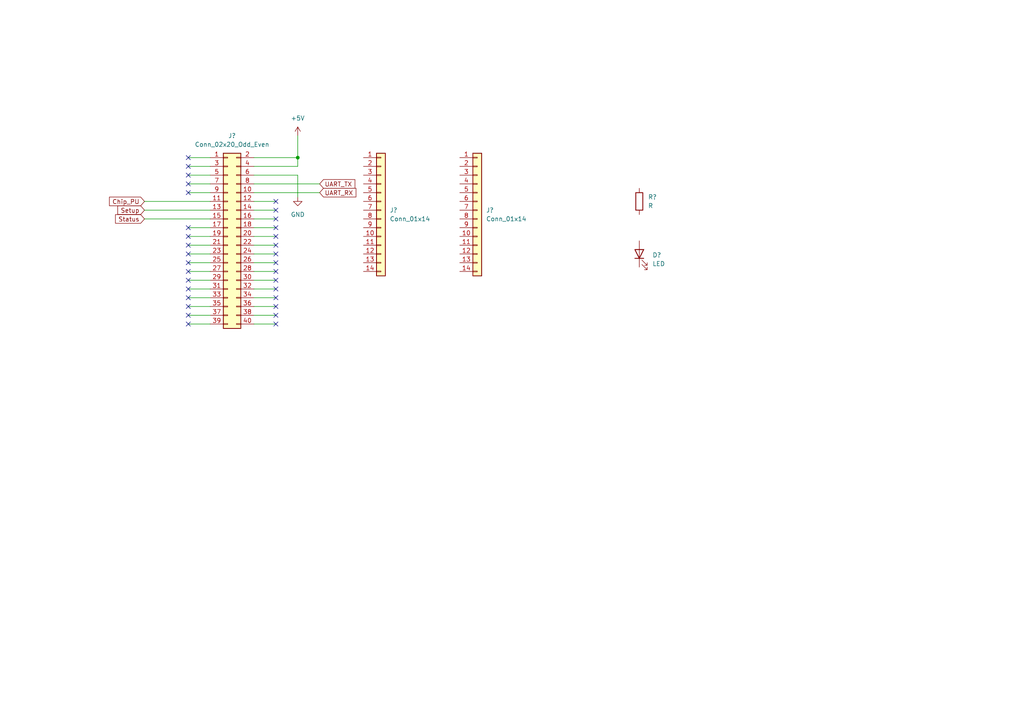
<source format=kicad_sch>
(kicad_sch (version 20211123) (generator eeschema)
  (paper "A4")
  (lib_symbols
    (symbol "Connector_Generic:Conn_01x14" (pin_names (offset 1.016) hide)
      (property "Reference" "J" (at 0 17.78 0))
      (property "Value" "Conn_01x14" (at 0 -20.32 0))
      (symbol "Conn_01x14_1_1"
        (rectangle (start -1.27 -17.653) (end 0 -17.907) (stroke (width 0.1524)))
        (rectangle (start -1.27 -15.113) (end 0 -15.367) (stroke (width 0.1524)))
        (rectangle (start -1.27 -12.573) (end 0 -12.827) (stroke (width 0.1524)))
        (rectangle (start -1.27 -10.033) (end 0 -10.287) (stroke (width 0.1524)))
        (rectangle (start -1.27 -7.493) (end 0 -7.747) (stroke (width 0.1524)))
        (rectangle (start -1.27 -4.953) (end 0 -5.207) (stroke (width 0.1524)))
        (rectangle (start -1.27 -2.413) (end 0 -2.667) (stroke (width 0.1524)))
        (rectangle (start -1.27 0.127) (end 0 -0.127) (stroke (width 0.1524)))
        (rectangle (start -1.27 2.667) (end 0 2.413) (stroke (width 0.1524)))
        (rectangle (start -1.27 5.207) (end 0 4.953) (stroke (width 0.1524)))
        (rectangle (start -1.27 7.747) (end 0 7.493) (stroke (width 0.1524)))
        (rectangle (start -1.27 10.287) (end 0 10.033) (stroke (width 0.1524)))
        (rectangle (start -1.27 12.827) (end 0 12.573) (stroke (width 0.1524)))
        (rectangle (start -1.27 15.367) (end 0 15.113) (stroke (width 0.1524)))
        (rectangle (start -1.27 16.51) (end 1.27 -19.05) (stroke (width 0.254)) (fill (type background)))
        (pin passive line (at -5.08 15.24 0) (length 3.81) (name "Pin_1") (number "1"))
        (pin passive line (at -5.08 -7.62 0) (length 3.81) (name "Pin_10") (number "10"))
        (pin passive line (at -5.08 -10.16 0) (length 3.81) (name "Pin_11") (number "11"))
        (pin passive line (at -5.08 -12.7 0) (length 3.81) (name "Pin_12") (number "12"))
        (pin passive line (at -5.08 -15.24 0) (length 3.81) (name "Pin_13") (number "13"))
        (pin passive line (at -5.08 -17.78 0) (length 3.81) (name "Pin_14") (number "14"))
        (pin passive line (at -5.08 12.7 0) (length 3.81) (name "Pin_2") (number "2"))
        (pin passive line (at -5.08 10.16 0) (length 3.81) (name "Pin_3") (number "3"))
        (pin passive line (at -5.08 7.62 0) (length 3.81) (name "Pin_4") (number "4"))
        (pin passive line (at -5.08 5.08 0) (length 3.81) (name "Pin_5") (number "5"))
        (pin passive line (at -5.08 2.54 0) (length 3.81) (name "Pin_6") (number "6"))
        (pin passive line (at -5.08 0 0) (length 3.81) (name "Pin_7") (number "7"))
        (pin passive line (at -5.08 -2.54 0) (length 3.81) (name "Pin_8") (number "8"))
        (pin passive line (at -5.08 -5.08 0) (length 3.81) (name "Pin_9") (number "9"))
      )
    )
    (symbol "Connector_Generic:Conn_02x20_Odd_Even" (pin_names (offset 1.016) hide)
      (property "Reference" "J" (at 1.27 25.4 0))
      (property "Value" "Conn_02x20_Odd_Even" (at 1.27 -27.94 0))
      (symbol "Conn_02x20_Odd_Even_1_1"
        (rectangle (start -1.27 -25.273) (end 0 -25.527) (stroke (width 0.1524)))
        (rectangle (start -1.27 -22.733) (end 0 -22.987) (stroke (width 0.1524)))
        (rectangle (start -1.27 -20.193) (end 0 -20.447) (stroke (width 0.1524)))
        (rectangle (start -1.27 -17.653) (end 0 -17.907) (stroke (width 0.1524)))
        (rectangle (start -1.27 -15.113) (end 0 -15.367) (stroke (width 0.1524)))
        (rectangle (start -1.27 -12.573) (end 0 -12.827) (stroke (width 0.1524)))
        (rectangle (start -1.27 -10.033) (end 0 -10.287) (stroke (width 0.1524)))
        (rectangle (start -1.27 -7.493) (end 0 -7.747) (stroke (width 0.1524)))
        (rectangle (start -1.27 -4.953) (end 0 -5.207) (stroke (width 0.1524)))
        (rectangle (start -1.27 -2.413) (end 0 -2.667) (stroke (width 0.1524)))
        (rectangle (start -1.27 0.127) (end 0 -0.127) (stroke (width 0.1524)))
        (rectangle (start -1.27 2.667) (end 0 2.413) (stroke (width 0.1524)))
        (rectangle (start -1.27 5.207) (end 0 4.953) (stroke (width 0.1524)))
        (rectangle (start -1.27 7.747) (end 0 7.493) (stroke (width 0.1524)))
        (rectangle (start -1.27 10.287) (end 0 10.033) (stroke (width 0.1524)))
        (rectangle (start -1.27 12.827) (end 0 12.573) (stroke (width 0.1524)))
        (rectangle (start -1.27 15.367) (end 0 15.113) (stroke (width 0.1524)))
        (rectangle (start -1.27 17.907) (end 0 17.653) (stroke (width 0.1524)))
        (rectangle (start -1.27 20.447) (end 0 20.193) (stroke (width 0.1524)))
        (rectangle (start -1.27 22.987) (end 0 22.733) (stroke (width 0.1524)))
        (rectangle (start -1.27 24.13) (end 3.81 -26.67) (stroke (width 0.254)) (fill (type background)))
        (rectangle (start 3.81 -25.273) (end 2.54 -25.527) (stroke (width 0.1524)))
        (rectangle (start 3.81 -22.733) (end 2.54 -22.987) (stroke (width 0.1524)))
        (rectangle (start 3.81 -20.193) (end 2.54 -20.447) (stroke (width 0.1524)))
        (rectangle (start 3.81 -17.653) (end 2.54 -17.907) (stroke (width 0.1524)))
        (rectangle (start 3.81 -15.113) (end 2.54 -15.367) (stroke (width 0.1524)))
        (rectangle (start 3.81 -12.573) (end 2.54 -12.827) (stroke (width 0.1524)))
        (rectangle (start 3.81 -10.033) (end 2.54 -10.287) (stroke (width 0.1524)))
        (rectangle (start 3.81 -7.493) (end 2.54 -7.747) (stroke (width 0.1524)))
        (rectangle (start 3.81 -4.953) (end 2.54 -5.207) (stroke (width 0.1524)))
        (rectangle (start 3.81 -2.413) (end 2.54 -2.667) (stroke (width 0.1524)))
        (rectangle (start 3.81 0.127) (end 2.54 -0.127) (stroke (width 0.1524)))
        (rectangle (start 3.81 2.667) (end 2.54 2.413) (stroke (width 0.1524)))
        (rectangle (start 3.81 5.207) (end 2.54 4.953) (stroke (width 0.1524)))
        (rectangle (start 3.81 7.747) (end 2.54 7.493) (stroke (width 0.1524)))
        (rectangle (start 3.81 10.287) (end 2.54 10.033) (stroke (width 0.1524)))
        (rectangle (start 3.81 12.827) (end 2.54 12.573) (stroke (width 0.1524)))
        (rectangle (start 3.81 15.367) (end 2.54 15.113) (stroke (width 0.1524)))
        (rectangle (start 3.81 17.907) (end 2.54 17.653) (stroke (width 0.1524)))
        (rectangle (start 3.81 20.447) (end 2.54 20.193) (stroke (width 0.1524)))
        (rectangle (start 3.81 22.987) (end 2.54 22.733) (stroke (width 0.1524)))
        (pin passive line (at -5.08 22.86 0) (length 3.81) (name "Pin_1") (number "1"))
        (pin passive line (at 7.62 12.7 180) (length 3.81) (name "Pin_10") (number "10"))
        (pin passive line (at -5.08 10.16 0) (length 3.81) (name "Pin_11") (number "11"))
        (pin passive line (at 7.62 10.16 180) (length 3.81) (name "Pin_12") (number "12"))
        (pin passive line (at -5.08 7.62 0) (length 3.81) (name "Pin_13") (number "13"))
        (pin passive line (at 7.62 7.62 180) (length 3.81) (name "Pin_14") (number "14"))
        (pin passive line (at -5.08 5.08 0) (length 3.81) (name "Pin_15") (number "15"))
        (pin passive line (at 7.62 5.08 180) (length 3.81) (name "Pin_16") (number "16"))
        (pin passive line (at -5.08 2.54 0) (length 3.81) (name "Pin_17") (number "17"))
        (pin passive line (at 7.62 2.54 180) (length 3.81) (name "Pin_18") (number "18"))
        (pin passive line (at -5.08 0 0) (length 3.81) (name "Pin_19") (number "19"))
        (pin passive line (at 7.62 22.86 180) (length 3.81) (name "Pin_2") (number "2"))
        (pin passive line (at 7.62 0 180) (length 3.81) (name "Pin_20") (number "20"))
        (pin passive line (at -5.08 -2.54 0) (length 3.81) (name "Pin_21") (number "21"))
        (pin passive line (at 7.62 -2.54 180) (length 3.81) (name "Pin_22") (number "22"))
        (pin passive line (at -5.08 -5.08 0) (length 3.81) (name "Pin_23") (number "23"))
        (pin passive line (at 7.62 -5.08 180) (length 3.81) (name "Pin_24") (number "24"))
        (pin passive line (at -5.08 -7.62 0) (length 3.81) (name "Pin_25") (number "25"))
        (pin passive line (at 7.62 -7.62 180) (length 3.81) (name "Pin_26") (number "26"))
        (pin passive line (at -5.08 -10.16 0) (length 3.81) (name "Pin_27") (number "27"))
        (pin passive line (at 7.62 -10.16 180) (length 3.81) (name "Pin_28") (number "28"))
        (pin passive line (at -5.08 -12.7 0) (length 3.81) (name "Pin_29") (number "29"))
        (pin passive line (at -5.08 20.32 0) (length 3.81) (name "Pin_3") (number "3"))
        (pin passive line (at 7.62 -12.7 180) (length 3.81) (name "Pin_30") (number "30"))
        (pin passive line (at -5.08 -15.24 0) (length 3.81) (name "Pin_31") (number "31"))
        (pin passive line (at 7.62 -15.24 180) (length 3.81) (name "Pin_32") (number "32"))
        (pin passive line (at -5.08 -17.78 0) (length 3.81) (name "Pin_33") (number "33"))
        (pin passive line (at 7.62 -17.78 180) (length 3.81) (name "Pin_34") (number "34"))
        (pin passive line (at -5.08 -20.32 0) (length 3.81) (name "Pin_35") (number "35"))
        (pin passive line (at 7.62 -20.32 180) (length 3.81) (name "Pin_36") (number "36"))
        (pin passive line (at -5.08 -22.86 0) (length 3.81) (name "Pin_37") (number "37"))
        (pin passive line (at 7.62 -22.86 180) (length 3.81) (name "Pin_38") (number "38"))
        (pin passive line (at -5.08 -25.4 0) (length 3.81) (name "Pin_39") (number "39"))
        (pin passive line (at 7.62 20.32 180) (length 3.81) (name "Pin_4") (number "4"))
        (pin passive line (at 7.62 -25.4 180) (length 3.81) (name "Pin_40") (number "40"))
        (pin passive line (at -5.08 17.78 0) (length 3.81) (name "Pin_5") (number "5"))
        (pin passive line (at 7.62 17.78 180) (length 3.81) (name "Pin_6") (number "6"))
        (pin passive line (at -5.08 15.24 0) (length 3.81) (name "Pin_7") (number "7"))
        (pin passive line (at 7.62 15.24 180) (length 3.81) (name "Pin_8") (number "8"))
        (pin passive line (at -5.08 12.7 0) (length 3.81) (name "Pin_9") (number "9"))
      )
    )
    (symbol "Device:LED" (pin_numbers hide) (pin_names (offset 1.016) hide)
      (property "Reference" "D" (at 0 2.54 0))
      (property "Value" "LED" (at 0 -2.54 0))
      (symbol "LED_0_1"
        (polyline (pts (xy -1.27 -1.27) (xy -1.27 1.27)) (stroke (width 0.254)))
        (polyline (pts (xy -1.27 0) (xy 1.27 0)))
        (polyline (pts (xy 1.27 -1.27) (xy 1.27 1.27) (xy -1.27 0) (xy 1.27 -1.27)) (stroke (width 0.254)))
        (polyline (pts (xy -3.048 -0.762) (xy -4.572 -2.286) (xy -3.81 -2.286) (xy -4.572 -2.286) (xy -4.572 -1.524)))
        (polyline (pts (xy -1.778 -0.762) (xy -3.302 -2.286) (xy -2.54 -2.286) (xy -3.302 -2.286) (xy -3.302 -1.524)))
      )
      (symbol "LED_1_1"
        (pin passive line (at -3.81 0 0) (length 2.54) (name "K") (number "1"))
        (pin passive line (at 3.81 0 180) (length 2.54) (name "A") (number "2"))
      )
    )
    (symbol "Device:R" (pin_numbers hide) (pin_names (offset 0))
      (property "Reference" "R" (at 2.032 0 90))
      (property "Value" "R" (at 0 0 90))
      (symbol "R_0_1"
        (rectangle (start -1.016 -2.54) (end 1.016 2.54) (stroke (width 0.254)))
      )
      (symbol "R_1_1"
        (pin passive line (at 0 3.81 270) (length 1.27) (name "~") (number "1"))
        (pin passive line (at 0 -3.81 90) (length 1.27) (name "~") (number "2"))
      )
    )
    (symbol "power:+5V" (power) (pin_names (offset 0))
      (property "Value" "+5V" (at 0 3.556 0))
      (symbol "+5V_0_1"
        (polyline (pts (xy -0.762 1.27) (xy 0 2.54)))
        (polyline (pts (xy 0 0) (xy 0 2.54)))
        (polyline (pts (xy 0 2.54) (xy 0.762 1.27)))
      )
      (symbol "+5V_1_1"
        (pin power_in line (at 0 0 90) (length 0) hide (name "+5V") (number "1"))
      )
    )
    (symbol "power:GND" (power) (pin_names (offset 0))
      (property "Value" "GND" (at 0 -3.81 0))
      (symbol "GND_0_1"
        (polyline (pts (xy 0 0) (xy 0 -1.27) (xy 1.27 -1.27) (xy 0 -2.54) (xy -1.27 -1.27) (xy 0 -1.27)))
      )
      (symbol "GND_1_1"
        (pin power_in line (at 0 0 270) (length 0) hide (name "GND") (number "1"))
      )
    )
  )
  (junction (at 86.36 45.72))
  (no_connect (at 54.61 53.34))
  (no_connect (at 54.61 55.88))
  (no_connect (at 54.61 45.72))
  (no_connect (at 54.61 48.26))
  (no_connect (at 54.61 50.8))
  (no_connect (at 54.61 66.04))
  (no_connect (at 54.61 68.58))
  (no_connect (at 54.61 71.12))
  (no_connect (at 54.61 73.66))
  (no_connect (at 54.61 76.2))
  (no_connect (at 54.61 78.74))
  (no_connect (at 54.61 81.28))
  (no_connect (at 54.61 83.82))
  (no_connect (at 54.61 86.36))
  (no_connect (at 54.61 88.9))
  (no_connect (at 54.61 91.44))
  (no_connect (at 54.61 93.98))
  (no_connect (at 80.01 93.98))
  (no_connect (at 80.01 91.44))
  (no_connect (at 80.01 88.9))
  (no_connect (at 80.01 86.36))
  (no_connect (at 80.01 83.82))
  (no_connect (at 80.01 81.28))
  (no_connect (at 80.01 78.74))
  (no_connect (at 80.01 76.2))
  (no_connect (at 80.01 73.66))
  (no_connect (at 80.01 71.12))
  (no_connect (at 80.01 68.58))
  (no_connect (at 80.01 66.04))
  (no_connect (at 80.01 63.5))
  (no_connect (at 80.01 60.96))
  (no_connect (at 80.01 58.42))
  (wire (pts (xy 54.61 91.44) (xy 60.96 91.44)))
  (wire (pts (xy 41.91 58.42) (xy 60.96 58.42)))
  (wire (pts (xy 54.61 88.9) (xy 60.96 88.9)))
  (wire (pts (xy 54.61 66.04) (xy 60.96 66.04)))
  (wire (pts (xy 54.61 83.82) (xy 60.96 83.82)))
  (wire (pts (xy 73.66 76.2) (xy 80.01 76.2)))
  (wire (pts (xy 54.61 50.8) (xy 60.96 50.8)))
  (wire (pts (xy 41.91 60.96) (xy 60.96 60.96)))
  (wire (pts (xy 73.66 50.8) (xy 86.36 50.8)))
  (wire (pts (xy 54.61 68.58) (xy 60.96 68.58)))
  (wire (pts (xy 73.66 66.04) (xy 80.01 66.04)))
  (wire (pts (xy 54.61 73.66) (xy 60.96 73.66)))
  (wire (pts (xy 54.61 48.26) (xy 60.96 48.26)))
  (wire (pts (xy 54.61 71.12) (xy 60.96 71.12)))
  (wire (pts (xy 73.66 53.34) (xy 92.71 53.34)))
  (wire (pts (xy 86.36 50.8) (xy 86.36 57.15)))
  (wire (pts (xy 73.66 81.28) (xy 80.01 81.28)))
  (wire (pts (xy 73.66 58.42) (xy 80.01 58.42)))
  (wire (pts (xy 73.66 68.58) (xy 80.01 68.58)))
  (wire (pts (xy 54.61 53.34) (xy 60.96 53.34)))
  (wire (pts (xy 73.66 63.5) (xy 80.01 63.5)))
  (wire (pts (xy 54.61 55.88) (xy 60.96 55.88)))
  (wire (pts (xy 73.66 55.88) (xy 92.71 55.88)))
  (wire (pts (xy 54.61 93.98) (xy 60.96 93.98)))
  (wire (pts (xy 41.91 63.5) (xy 60.96 63.5)))
  (wire (pts (xy 54.61 78.74) (xy 60.96 78.74)))
  (wire (pts (xy 54.61 76.2) (xy 60.96 76.2)))
  (wire (pts (xy 73.66 73.66) (xy 80.01 73.66)))
  (wire (pts (xy 73.66 48.26) (xy 86.36 48.26)))
  (wire (pts (xy 73.66 88.9) (xy 80.01 88.9)))
  (wire (pts (xy 54.61 81.28) (xy 60.96 81.28)))
  (wire (pts (xy 73.66 60.96) (xy 80.01 60.96)))
  (wire (pts (xy 73.66 83.82) (xy 80.01 83.82)))
  (wire (pts (xy 73.66 86.36) (xy 80.01 86.36)))
  (wire (pts (xy 54.61 86.36) (xy 60.96 86.36)))
  (wire (pts (xy 86.36 48.26) (xy 86.36 45.72)))
  (wire (pts (xy 73.66 78.74) (xy 80.01 78.74)))
  (wire (pts (xy 73.66 91.44) (xy 80.01 91.44)))
  (wire (pts (xy 86.36 45.72) (xy 86.36 39.37)))
  (wire (pts (xy 73.66 71.12) (xy 80.01 71.12)))
  (wire (pts (xy 73.66 45.72) (xy 86.36 45.72)))
  (wire (pts (xy 54.61 45.72) (xy 60.96 45.72)))
  (wire (pts (xy 73.66 93.98) (xy 80.01 93.98)))
  (global_label "Setup" (shape input) (at 41.91 60.96 180) (property "Intersheet References" "${INTERSHEET_REFS}" (effects hide)))
  (global_label "Status" (shape input) (at 41.91 63.5 180) (property "Intersheet References" "${INTERSHEET_REFS}" (effects hide)))
  (global_label "UART_TX" (shape input) (at 92.71 53.34 0) (property "Intersheet References" "${INTERSHEET_REFS}" (effects hide)))
  (global_label "UART_RX" (shape input) (at 92.71 55.88 0) (property "Intersheet References" "${INTERSHEET_REFS}" (effects hide)))
  (global_label "Chip_PU" (shape input) (at 41.91 58.42 180) (property "Intersheet References" "${INTERSHEET_REFS}" (effects hide)))
  (symbol (lib_id "power:+5V") (at 86.36 39.37 0) (unit 1)
    (property "Reference" "#PWR?" (effects hide))
    (property "Value" "+5V" (at 86.36 34.29 0))
  )
  (symbol (lib_id "Device:LED") (at 185.42 73.66 90) (unit 1)
    (property "Reference" "D?" (at 189.23 73.9774 90) (effects (justify right)))
    (property "Value" "LED" (at 189.23 76.5174 90) (effects (justify right)))
  )
  (symbol (lib_id "power:GND") (at 86.36 57.15 0) (unit 1)
    (property "Reference" "#PWR?" (effects hide))
    (property "Value" "GND" (at 86.36 62.23 0))
  )
  (symbol (lib_id "Connector_Generic:Conn_01x14") (at 110.49 60.96 0) (unit 1)
    (property "Reference" "J?" (at 113.03 60.9599 0) (effects (justify left)))
    (property "Value" "Conn_01x14" (at 113.03 63.4999 0) (effects (justify left)))
  )
  (symbol (lib_id "Connector_Generic:Conn_02x20_Odd_Even") (at 66.04 68.58 0) (unit 1)
    (property "Reference" "J?" (at 67.31 39.37 0))
    (property "Value" "Conn_02x20_Odd_Even" (at 67.31 41.91 0))
  )
  (symbol (lib_id "Connector_Generic:Conn_01x14") (at 138.43 60.96 0) (unit 1)
    (property "Reference" "J?" (at 140.97 60.9599 0) (effects (justify left)))
    (property "Value" "Conn_01x14" (at 140.97 63.4999 0) (effects (justify left)))
  )
  (symbol (lib_id "Device:R") (at 185.42 58.42 0) (unit 1)
    (property "Reference" "R?" (at 187.96 57.1499 0) (effects (justify left)))
    (property "Value" "R" (at 187.96 59.6899 0) (effects (justify left)))
  )
)
</source>
